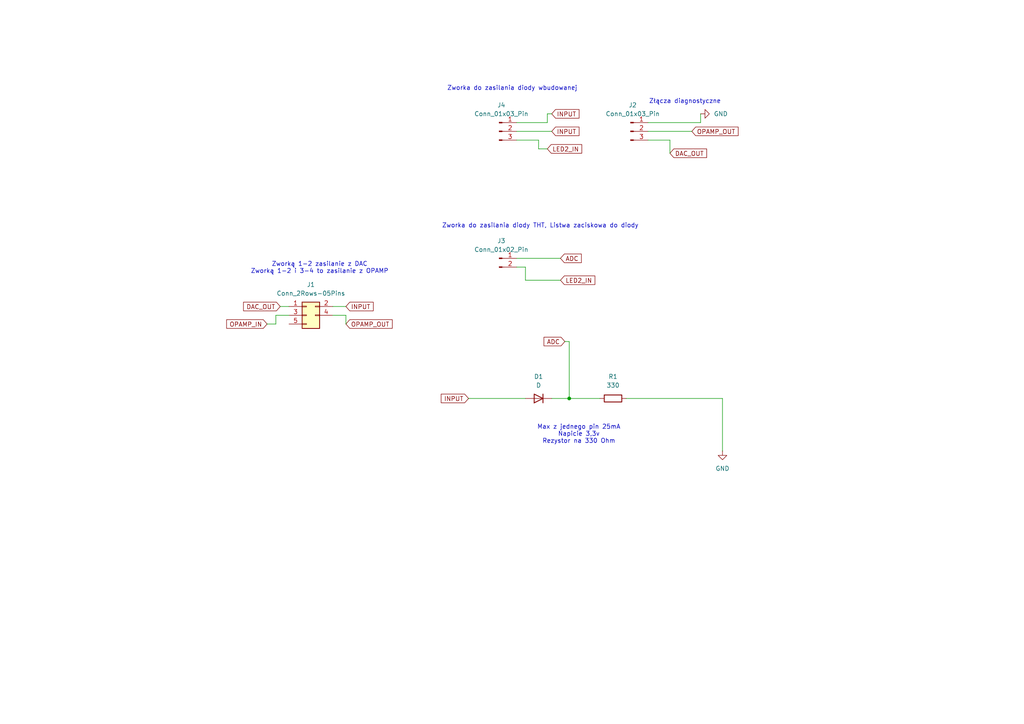
<source format=kicad_sch>
(kicad_sch
	(version 20231120)
	(generator "eeschema")
	(generator_version "8.0")
	(uuid "be09de84-84b1-4e95-831a-08eee23c94d6")
	(paper "A4")
	(title_block
		(title "Płytka")
		(rev "0")
		(company "Lidia Kocon")
	)
	(lib_symbols
		(symbol "Connector:Conn_01x02_Pin"
			(pin_names
				(offset 1.016) hide)
			(exclude_from_sim no)
			(in_bom yes)
			(on_board yes)
			(property "Reference" "J"
				(at 0 2.54 0)
				(effects
					(font
						(size 1.27 1.27)
					)
				)
			)
			(property "Value" "Conn_01x02_Pin"
				(at 0 -5.08 0)
				(effects
					(font
						(size 1.27 1.27)
					)
				)
			)
			(property "Footprint" ""
				(at 0 0 0)
				(effects
					(font
						(size 1.27 1.27)
					)
					(hide yes)
				)
			)
			(property "Datasheet" "~"
				(at 0 0 0)
				(effects
					(font
						(size 1.27 1.27)
					)
					(hide yes)
				)
			)
			(property "Description" "Generic connector, single row, 01x02, script generated"
				(at 0 0 0)
				(effects
					(font
						(size 1.27 1.27)
					)
					(hide yes)
				)
			)
			(property "ki_locked" ""
				(at 0 0 0)
				(effects
					(font
						(size 1.27 1.27)
					)
				)
			)
			(property "ki_keywords" "connector"
				(at 0 0 0)
				(effects
					(font
						(size 1.27 1.27)
					)
					(hide yes)
				)
			)
			(property "ki_fp_filters" "Connector*:*_1x??_*"
				(at 0 0 0)
				(effects
					(font
						(size 1.27 1.27)
					)
					(hide yes)
				)
			)
			(symbol "Conn_01x02_Pin_1_1"
				(polyline
					(pts
						(xy 1.27 -2.54) (xy 0.8636 -2.54)
					)
					(stroke
						(width 0.1524)
						(type default)
					)
					(fill
						(type none)
					)
				)
				(polyline
					(pts
						(xy 1.27 0) (xy 0.8636 0)
					)
					(stroke
						(width 0.1524)
						(type default)
					)
					(fill
						(type none)
					)
				)
				(rectangle
					(start 0.8636 -2.413)
					(end 0 -2.667)
					(stroke
						(width 0.1524)
						(type default)
					)
					(fill
						(type outline)
					)
				)
				(rectangle
					(start 0.8636 0.127)
					(end 0 -0.127)
					(stroke
						(width 0.1524)
						(type default)
					)
					(fill
						(type outline)
					)
				)
				(pin passive line
					(at 5.08 0 180)
					(length 3.81)
					(name "Pin_1"
						(effects
							(font
								(size 1.27 1.27)
							)
						)
					)
					(number "1"
						(effects
							(font
								(size 1.27 1.27)
							)
						)
					)
				)
				(pin passive line
					(at 5.08 -2.54 180)
					(length 3.81)
					(name "Pin_2"
						(effects
							(font
								(size 1.27 1.27)
							)
						)
					)
					(number "2"
						(effects
							(font
								(size 1.27 1.27)
							)
						)
					)
				)
			)
		)
		(symbol "Connector:Conn_01x03_Pin"
			(pin_names
				(offset 1.016) hide)
			(exclude_from_sim no)
			(in_bom yes)
			(on_board yes)
			(property "Reference" "J"
				(at 0 5.08 0)
				(effects
					(font
						(size 1.27 1.27)
					)
				)
			)
			(property "Value" "Conn_01x03_Pin"
				(at 0 -5.08 0)
				(effects
					(font
						(size 1.27 1.27)
					)
				)
			)
			(property "Footprint" ""
				(at 0 0 0)
				(effects
					(font
						(size 1.27 1.27)
					)
					(hide yes)
				)
			)
			(property "Datasheet" "~"
				(at 0 0 0)
				(effects
					(font
						(size 1.27 1.27)
					)
					(hide yes)
				)
			)
			(property "Description" "Generic connector, single row, 01x03, script generated"
				(at 0 0 0)
				(effects
					(font
						(size 1.27 1.27)
					)
					(hide yes)
				)
			)
			(property "ki_locked" ""
				(at 0 0 0)
				(effects
					(font
						(size 1.27 1.27)
					)
				)
			)
			(property "ki_keywords" "connector"
				(at 0 0 0)
				(effects
					(font
						(size 1.27 1.27)
					)
					(hide yes)
				)
			)
			(property "ki_fp_filters" "Connector*:*_1x??_*"
				(at 0 0 0)
				(effects
					(font
						(size 1.27 1.27)
					)
					(hide yes)
				)
			)
			(symbol "Conn_01x03_Pin_1_1"
				(polyline
					(pts
						(xy 1.27 -2.54) (xy 0.8636 -2.54)
					)
					(stroke
						(width 0.1524)
						(type default)
					)
					(fill
						(type none)
					)
				)
				(polyline
					(pts
						(xy 1.27 0) (xy 0.8636 0)
					)
					(stroke
						(width 0.1524)
						(type default)
					)
					(fill
						(type none)
					)
				)
				(polyline
					(pts
						(xy 1.27 2.54) (xy 0.8636 2.54)
					)
					(stroke
						(width 0.1524)
						(type default)
					)
					(fill
						(type none)
					)
				)
				(rectangle
					(start 0.8636 -2.413)
					(end 0 -2.667)
					(stroke
						(width 0.1524)
						(type default)
					)
					(fill
						(type outline)
					)
				)
				(rectangle
					(start 0.8636 0.127)
					(end 0 -0.127)
					(stroke
						(width 0.1524)
						(type default)
					)
					(fill
						(type outline)
					)
				)
				(rectangle
					(start 0.8636 2.667)
					(end 0 2.413)
					(stroke
						(width 0.1524)
						(type default)
					)
					(fill
						(type outline)
					)
				)
				(pin passive line
					(at 5.08 2.54 180)
					(length 3.81)
					(name "Pin_1"
						(effects
							(font
								(size 1.27 1.27)
							)
						)
					)
					(number "1"
						(effects
							(font
								(size 1.27 1.27)
							)
						)
					)
				)
				(pin passive line
					(at 5.08 0 180)
					(length 3.81)
					(name "Pin_2"
						(effects
							(font
								(size 1.27 1.27)
							)
						)
					)
					(number "2"
						(effects
							(font
								(size 1.27 1.27)
							)
						)
					)
				)
				(pin passive line
					(at 5.08 -2.54 180)
					(length 3.81)
					(name "Pin_3"
						(effects
							(font
								(size 1.27 1.27)
							)
						)
					)
					(number "3"
						(effects
							(font
								(size 1.27 1.27)
							)
						)
					)
				)
			)
		)
		(symbol "Connector_Generic:Conn_2Rows-05Pins"
			(pin_names
				(offset 1.016) hide)
			(exclude_from_sim no)
			(in_bom yes)
			(on_board yes)
			(property "Reference" "J"
				(at 1.27 5.08 0)
				(effects
					(font
						(size 1.27 1.27)
					)
				)
			)
			(property "Value" "Conn_2Rows-05Pins"
				(at 1.27 -5.08 0)
				(effects
					(font
						(size 1.27 1.27)
					)
				)
			)
			(property "Footprint" ""
				(at 0 0 0)
				(effects
					(font
						(size 1.27 1.27)
					)
					(hide yes)
				)
			)
			(property "Datasheet" "~"
				(at 0 0 0)
				(effects
					(font
						(size 1.27 1.27)
					)
					(hide yes)
				)
			)
			(property "Description" "Generic connector, double row, 05 pins, odd/even pin numbering scheme (row 1 odd numbers, row 2 even numbers), script generated (kicad-library-utils/schlib/autogen/connector/)"
				(at 0 0 0)
				(effects
					(font
						(size 1.27 1.27)
					)
					(hide yes)
				)
			)
			(property "ki_keywords" "connector"
				(at 0 0 0)
				(effects
					(font
						(size 1.27 1.27)
					)
					(hide yes)
				)
			)
			(property "ki_fp_filters" "Connector*:*2Rows*Pins__* *FCC*2Rows*Pins__*"
				(at 0 0 0)
				(effects
					(font
						(size 1.27 1.27)
					)
					(hide yes)
				)
			)
			(symbol "Conn_2Rows-05Pins_1_1"
				(rectangle
					(start -1.27 -2.413)
					(end 0 -2.667)
					(stroke
						(width 0.1524)
						(type default)
					)
					(fill
						(type none)
					)
				)
				(rectangle
					(start -1.27 0.127)
					(end 0 -0.127)
					(stroke
						(width 0.1524)
						(type default)
					)
					(fill
						(type none)
					)
				)
				(rectangle
					(start -1.27 2.667)
					(end 0 2.413)
					(stroke
						(width 0.1524)
						(type default)
					)
					(fill
						(type none)
					)
				)
				(rectangle
					(start -1.27 3.81)
					(end 3.81 -3.81)
					(stroke
						(width 0.254)
						(type default)
					)
					(fill
						(type background)
					)
				)
				(rectangle
					(start 3.81 0.127)
					(end 2.54 -0.127)
					(stroke
						(width 0.1524)
						(type default)
					)
					(fill
						(type none)
					)
				)
				(rectangle
					(start 3.81 2.667)
					(end 2.54 2.413)
					(stroke
						(width 0.1524)
						(type default)
					)
					(fill
						(type none)
					)
				)
				(pin passive line
					(at -5.08 2.54 0)
					(length 3.81)
					(name "Pin_1"
						(effects
							(font
								(size 1.27 1.27)
							)
						)
					)
					(number "1"
						(effects
							(font
								(size 1.27 1.27)
							)
						)
					)
				)
				(pin passive line
					(at 7.62 2.54 180)
					(length 3.81)
					(name "Pin_2"
						(effects
							(font
								(size 1.27 1.27)
							)
						)
					)
					(number "2"
						(effects
							(font
								(size 1.27 1.27)
							)
						)
					)
				)
				(pin passive line
					(at -5.08 0 0)
					(length 3.81)
					(name "Pin_3"
						(effects
							(font
								(size 1.27 1.27)
							)
						)
					)
					(number "3"
						(effects
							(font
								(size 1.27 1.27)
							)
						)
					)
				)
				(pin passive line
					(at 7.62 0 180)
					(length 3.81)
					(name "Pin_4"
						(effects
							(font
								(size 1.27 1.27)
							)
						)
					)
					(number "4"
						(effects
							(font
								(size 1.27 1.27)
							)
						)
					)
				)
				(pin passive line
					(at -5.08 -2.54 0)
					(length 3.81)
					(name "Pin_5"
						(effects
							(font
								(size 1.27 1.27)
							)
						)
					)
					(number "5"
						(effects
							(font
								(size 1.27 1.27)
							)
						)
					)
				)
			)
		)
		(symbol "Device:D"
			(pin_numbers hide)
			(pin_names
				(offset 1.016) hide)
			(exclude_from_sim no)
			(in_bom yes)
			(on_board yes)
			(property "Reference" "D"
				(at 0 2.54 0)
				(effects
					(font
						(size 1.27 1.27)
					)
				)
			)
			(property "Value" "D"
				(at 0 -2.54 0)
				(effects
					(font
						(size 1.27 1.27)
					)
				)
			)
			(property "Footprint" ""
				(at 0 0 0)
				(effects
					(font
						(size 1.27 1.27)
					)
					(hide yes)
				)
			)
			(property "Datasheet" "~"
				(at 0 0 0)
				(effects
					(font
						(size 1.27 1.27)
					)
					(hide yes)
				)
			)
			(property "Description" "Diode"
				(at 0 0 0)
				(effects
					(font
						(size 1.27 1.27)
					)
					(hide yes)
				)
			)
			(property "Sim.Device" "D"
				(at 0 0 0)
				(effects
					(font
						(size 1.27 1.27)
					)
					(hide yes)
				)
			)
			(property "Sim.Pins" "1=K 2=A"
				(at 0 0 0)
				(effects
					(font
						(size 1.27 1.27)
					)
					(hide yes)
				)
			)
			(property "ki_keywords" "diode"
				(at 0 0 0)
				(effects
					(font
						(size 1.27 1.27)
					)
					(hide yes)
				)
			)
			(property "ki_fp_filters" "TO-???* *_Diode_* *SingleDiode* D_*"
				(at 0 0 0)
				(effects
					(font
						(size 1.27 1.27)
					)
					(hide yes)
				)
			)
			(symbol "D_0_1"
				(polyline
					(pts
						(xy -1.27 1.27) (xy -1.27 -1.27)
					)
					(stroke
						(width 0.254)
						(type default)
					)
					(fill
						(type none)
					)
				)
				(polyline
					(pts
						(xy 1.27 0) (xy -1.27 0)
					)
					(stroke
						(width 0)
						(type default)
					)
					(fill
						(type none)
					)
				)
				(polyline
					(pts
						(xy 1.27 1.27) (xy 1.27 -1.27) (xy -1.27 0) (xy 1.27 1.27)
					)
					(stroke
						(width 0.254)
						(type default)
					)
					(fill
						(type none)
					)
				)
			)
			(symbol "D_1_1"
				(pin passive line
					(at -3.81 0 0)
					(length 2.54)
					(name "K"
						(effects
							(font
								(size 1.27 1.27)
							)
						)
					)
					(number "1"
						(effects
							(font
								(size 1.27 1.27)
							)
						)
					)
				)
				(pin passive line
					(at 3.81 0 180)
					(length 2.54)
					(name "A"
						(effects
							(font
								(size 1.27 1.27)
							)
						)
					)
					(number "2"
						(effects
							(font
								(size 1.27 1.27)
							)
						)
					)
				)
			)
		)
		(symbol "Device:R"
			(pin_numbers hide)
			(pin_names
				(offset 0)
			)
			(exclude_from_sim no)
			(in_bom yes)
			(on_board yes)
			(property "Reference" "R"
				(at 2.032 0 90)
				(effects
					(font
						(size 1.27 1.27)
					)
				)
			)
			(property "Value" "R"
				(at 0 0 90)
				(effects
					(font
						(size 1.27 1.27)
					)
				)
			)
			(property "Footprint" ""
				(at -1.778 0 90)
				(effects
					(font
						(size 1.27 1.27)
					)
					(hide yes)
				)
			)
			(property "Datasheet" "~"
				(at 0 0 0)
				(effects
					(font
						(size 1.27 1.27)
					)
					(hide yes)
				)
			)
			(property "Description" "Resistor"
				(at 0 0 0)
				(effects
					(font
						(size 1.27 1.27)
					)
					(hide yes)
				)
			)
			(property "ki_keywords" "R res resistor"
				(at 0 0 0)
				(effects
					(font
						(size 1.27 1.27)
					)
					(hide yes)
				)
			)
			(property "ki_fp_filters" "R_*"
				(at 0 0 0)
				(effects
					(font
						(size 1.27 1.27)
					)
					(hide yes)
				)
			)
			(symbol "R_0_1"
				(rectangle
					(start -1.016 -2.54)
					(end 1.016 2.54)
					(stroke
						(width 0.254)
						(type default)
					)
					(fill
						(type none)
					)
				)
			)
			(symbol "R_1_1"
				(pin passive line
					(at 0 3.81 270)
					(length 1.27)
					(name "~"
						(effects
							(font
								(size 1.27 1.27)
							)
						)
					)
					(number "1"
						(effects
							(font
								(size 1.27 1.27)
							)
						)
					)
				)
				(pin passive line
					(at 0 -3.81 90)
					(length 1.27)
					(name "~"
						(effects
							(font
								(size 1.27 1.27)
							)
						)
					)
					(number "2"
						(effects
							(font
								(size 1.27 1.27)
							)
						)
					)
				)
			)
		)
		(symbol "power:GND"
			(power)
			(pin_numbers hide)
			(pin_names
				(offset 0) hide)
			(exclude_from_sim no)
			(in_bom yes)
			(on_board yes)
			(property "Reference" "#PWR"
				(at 0 -6.35 0)
				(effects
					(font
						(size 1.27 1.27)
					)
					(hide yes)
				)
			)
			(property "Value" "GND"
				(at 0 -3.81 0)
				(effects
					(font
						(size 1.27 1.27)
					)
				)
			)
			(property "Footprint" ""
				(at 0 0 0)
				(effects
					(font
						(size 1.27 1.27)
					)
					(hide yes)
				)
			)
			(property "Datasheet" ""
				(at 0 0 0)
				(effects
					(font
						(size 1.27 1.27)
					)
					(hide yes)
				)
			)
			(property "Description" "Power symbol creates a global label with name \"GND\" , ground"
				(at 0 0 0)
				(effects
					(font
						(size 1.27 1.27)
					)
					(hide yes)
				)
			)
			(property "ki_keywords" "global power"
				(at 0 0 0)
				(effects
					(font
						(size 1.27 1.27)
					)
					(hide yes)
				)
			)
			(symbol "GND_0_1"
				(polyline
					(pts
						(xy 0 0) (xy 0 -1.27) (xy 1.27 -1.27) (xy 0 -2.54) (xy -1.27 -1.27) (xy 0 -1.27)
					)
					(stroke
						(width 0)
						(type default)
					)
					(fill
						(type none)
					)
				)
			)
			(symbol "GND_1_1"
				(pin power_in line
					(at 0 0 270)
					(length 0)
					(name "~"
						(effects
							(font
								(size 1.27 1.27)
							)
						)
					)
					(number "1"
						(effects
							(font
								(size 1.27 1.27)
							)
						)
					)
				)
			)
		)
	)
	(junction
		(at 165.1 115.57)
		(diameter 0)
		(color 0 0 0 0)
		(uuid "c7d4e91c-74f4-44a0-a67e-f7cbd606f54b")
	)
	(wire
		(pts
			(xy 77.47 93.98) (xy 80.01 93.98)
		)
		(stroke
			(width 0)
			(type default)
		)
		(uuid "039d185d-5b78-46fd-992c-bfdb84b51356")
	)
	(wire
		(pts
			(xy 80.01 93.98) (xy 80.01 91.44)
		)
		(stroke
			(width 0)
			(type default)
		)
		(uuid "0a63fb96-2c62-4400-8e2e-ea5497e4d11a")
	)
	(wire
		(pts
			(xy 149.86 38.1) (xy 160.02 38.1)
		)
		(stroke
			(width 0)
			(type default)
		)
		(uuid "103d29dc-5c81-43e8-a3c6-6c149d3a2cc8")
	)
	(wire
		(pts
			(xy 81.28 88.9) (xy 83.82 88.9)
		)
		(stroke
			(width 0)
			(type default)
		)
		(uuid "10e90b5b-4aeb-4c6d-8f8a-4e49799e7a0a")
	)
	(wire
		(pts
			(xy 96.52 88.9) (xy 100.33 88.9)
		)
		(stroke
			(width 0)
			(type default)
		)
		(uuid "1185f8eb-41ef-44a7-adff-8822305aef23")
	)
	(wire
		(pts
			(xy 158.75 33.02) (xy 158.75 35.56)
		)
		(stroke
			(width 0)
			(type default)
		)
		(uuid "139693a5-7ee3-4803-9584-e3456103e014")
	)
	(wire
		(pts
			(xy 100.33 91.44) (xy 100.33 93.98)
		)
		(stroke
			(width 0)
			(type default)
		)
		(uuid "13ef06d9-7e9e-4ef5-b993-ee400060a866")
	)
	(wire
		(pts
			(xy 156.21 40.64) (xy 156.21 43.18)
		)
		(stroke
			(width 0)
			(type default)
		)
		(uuid "16f780bb-5ac4-4e80-8aae-a06534054713")
	)
	(wire
		(pts
			(xy 181.61 115.57) (xy 209.55 115.57)
		)
		(stroke
			(width 0)
			(type default)
		)
		(uuid "28f643bb-2049-4356-85e4-cdca223e4cae")
	)
	(wire
		(pts
			(xy 152.4 81.28) (xy 152.4 77.47)
		)
		(stroke
			(width 0)
			(type default)
		)
		(uuid "35f604f3-525b-4fa2-96fa-a7caf5b189a4")
	)
	(wire
		(pts
			(xy 135.89 115.57) (xy 152.4 115.57)
		)
		(stroke
			(width 0)
			(type default)
		)
		(uuid "4b9c4f70-1161-4f79-8b49-5ee8ba21843d")
	)
	(wire
		(pts
			(xy 165.1 115.57) (xy 173.99 115.57)
		)
		(stroke
			(width 0)
			(type default)
		)
		(uuid "4c0e4eb3-10be-4111-a8d2-427701262029")
	)
	(wire
		(pts
			(xy 187.96 35.56) (xy 203.2 35.56)
		)
		(stroke
			(width 0)
			(type default)
		)
		(uuid "6779f4c1-f92b-46cd-9bf5-92a687eadaf2")
	)
	(wire
		(pts
			(xy 152.4 77.47) (xy 149.86 77.47)
		)
		(stroke
			(width 0)
			(type default)
		)
		(uuid "841239ee-ed86-4f71-b0c8-9a305b96878c")
	)
	(wire
		(pts
			(xy 80.01 91.44) (xy 83.82 91.44)
		)
		(stroke
			(width 0)
			(type default)
		)
		(uuid "842b4f17-9c6d-4877-874c-322b7f85038b")
	)
	(wire
		(pts
			(xy 149.86 74.93) (xy 162.56 74.93)
		)
		(stroke
			(width 0)
			(type default)
		)
		(uuid "86f1bc41-4e2b-41f8-b6a6-113a26fef557")
	)
	(wire
		(pts
			(xy 194.31 40.64) (xy 194.31 44.45)
		)
		(stroke
			(width 0)
			(type default)
		)
		(uuid "92e1a15d-3737-429d-8c04-4d21d2dec3ab")
	)
	(wire
		(pts
			(xy 149.86 40.64) (xy 156.21 40.64)
		)
		(stroke
			(width 0)
			(type default)
		)
		(uuid "9577ee66-b2a7-4829-9ef0-a70c311947fe")
	)
	(wire
		(pts
			(xy 200.66 38.1) (xy 187.96 38.1)
		)
		(stroke
			(width 0)
			(type default)
		)
		(uuid "95f27e05-91c8-48cf-9a59-7c8aca3e05be")
	)
	(wire
		(pts
			(xy 187.96 40.64) (xy 194.31 40.64)
		)
		(stroke
			(width 0)
			(type default)
		)
		(uuid "98175b03-cb9b-4d51-8a66-5caed294b96d")
	)
	(wire
		(pts
			(xy 162.56 81.28) (xy 152.4 81.28)
		)
		(stroke
			(width 0)
			(type default)
		)
		(uuid "9c660ca0-ac4e-4c24-9a18-0a3e0ef132d3")
	)
	(wire
		(pts
			(xy 156.21 43.18) (xy 158.75 43.18)
		)
		(stroke
			(width 0)
			(type default)
		)
		(uuid "a08a2c5a-df51-479e-9236-ec35f39737f2")
	)
	(wire
		(pts
			(xy 165.1 115.57) (xy 165.1 99.06)
		)
		(stroke
			(width 0)
			(type default)
		)
		(uuid "a0b69301-3d42-4278-9ca4-1c51de679d75")
	)
	(wire
		(pts
			(xy 163.83 99.06) (xy 165.1 99.06)
		)
		(stroke
			(width 0)
			(type default)
		)
		(uuid "aa343e1d-6a3c-40c7-a1c6-23cf81613f07")
	)
	(wire
		(pts
			(xy 96.52 91.44) (xy 100.33 91.44)
		)
		(stroke
			(width 0)
			(type default)
		)
		(uuid "bd87a6f4-5391-4e71-a964-5c9ee45d34d6")
	)
	(wire
		(pts
			(xy 158.75 35.56) (xy 149.86 35.56)
		)
		(stroke
			(width 0)
			(type default)
		)
		(uuid "c97236f5-8868-4ae4-a6fa-bb9f2d8041dc")
	)
	(wire
		(pts
			(xy 209.55 115.57) (xy 209.55 130.81)
		)
		(stroke
			(width 0)
			(type default)
		)
		(uuid "d0f79e28-9f40-4384-a774-72b5abdfb870")
	)
	(wire
		(pts
			(xy 160.02 33.02) (xy 158.75 33.02)
		)
		(stroke
			(width 0)
			(type default)
		)
		(uuid "d26b2273-7f9b-4411-be7c-a38746c571a5")
	)
	(wire
		(pts
			(xy 160.02 115.57) (xy 165.1 115.57)
		)
		(stroke
			(width 0)
			(type default)
		)
		(uuid "dd5544c9-39ad-4847-801f-096b4c129379")
	)
	(wire
		(pts
			(xy 203.2 35.56) (xy 203.2 33.02)
		)
		(stroke
			(width 0)
			(type default)
		)
		(uuid "ea592545-d1e9-4f1c-8005-3dfdd2007621")
	)
	(text "Max z jednego pin 25mA\nNapicie 3,3v\nRezystor na 330 Ohm\n\n"
		(exclude_from_sim no)
		(at 167.894 127 0)
		(effects
			(font
				(size 1.27 1.27)
			)
		)
		(uuid "01b6d8ae-5820-4ab3-8a39-fcf9e01f560b")
	)
	(text "Złącza diagnostyczne  "
		(exclude_from_sim no)
		(at 199.644 29.464 0)
		(effects
			(font
				(size 1.27 1.27)
			)
		)
		(uuid "16d66948-4737-4979-b430-d96eed1467e9")
	)
	(text "\nZworką 1-2 zasilanie z DAC\nZworką 1-2 i 3-4 to zasilanie z OPAMP\n\n"
		(exclude_from_sim no)
		(at 92.71 77.724 0)
		(effects
			(font
				(size 1.27 1.27)
			)
		)
		(uuid "4a5e8f63-54ae-4fb0-a0a0-3651e93ba4e7")
	)
	(text "Zworka do zasilania diody THT, Listwa zaciskowa do diody"
		(exclude_from_sim no)
		(at 156.718 65.532 0)
		(effects
			(font
				(size 1.27 1.27)
			)
		)
		(uuid "9c1633df-7069-4cec-b056-28373710faaa")
	)
	(text "Zworka do zasilania diody wbudowanej"
		(exclude_from_sim no)
		(at 148.59 25.654 0)
		(effects
			(font
				(size 1.27 1.27)
			)
		)
		(uuid "ff0cd270-defc-43f6-a22b-012284cd3c31")
	)
	(global_label "OPAMP_IN"
		(shape input)
		(at 77.47 93.98 180)
		(fields_autoplaced yes)
		(effects
			(font
				(size 1.27 1.27)
			)
			(justify right)
		)
		(uuid "0b87774f-e952-4f19-ab2a-9e62025ffe0d")
		(property "Intersheetrefs" "${INTERSHEET_REFS}"
			(at 65.1714 93.98 0)
			(effects
				(font
					(size 1.27 1.27)
				)
				(justify right)
				(hide yes)
			)
		)
	)
	(global_label "LED2_IN"
		(shape input)
		(at 162.56 81.28 0)
		(fields_autoplaced yes)
		(effects
			(font
				(size 1.27 1.27)
			)
			(justify left)
		)
		(uuid "0ff0c357-9a68-4e0a-941b-29006052556a")
		(property "Intersheetrefs" "${INTERSHEET_REFS}"
			(at 173.1047 81.28 0)
			(effects
				(font
					(size 1.27 1.27)
				)
				(justify left)
				(hide yes)
			)
		)
	)
	(global_label "OPAMP_OUT"
		(shape input)
		(at 200.66 38.1 0)
		(fields_autoplaced yes)
		(effects
			(font
				(size 1.27 1.27)
			)
			(justify left)
		)
		(uuid "119a7784-6dc2-43ae-8534-ac217faad3fc")
		(property "Intersheetrefs" "${INTERSHEET_REFS}"
			(at 214.6519 38.1 0)
			(effects
				(font
					(size 1.27 1.27)
				)
				(justify left)
				(hide yes)
			)
		)
	)
	(global_label "ADC"
		(shape input)
		(at 162.56 74.93 0)
		(fields_autoplaced yes)
		(effects
			(font
				(size 1.27 1.27)
			)
			(justify left)
		)
		(uuid "18cc6668-87bd-400a-b324-2c829b68306f")
		(property "Intersheetrefs" "${INTERSHEET_REFS}"
			(at 169.1738 74.93 0)
			(effects
				(font
					(size 1.27 1.27)
				)
				(justify left)
				(hide yes)
			)
		)
	)
	(global_label "INPUT"
		(shape input)
		(at 160.02 33.02 0)
		(fields_autoplaced yes)
		(effects
			(font
				(size 1.27 1.27)
			)
			(justify left)
		)
		(uuid "3242a78f-db19-4fbc-88f9-810f79af58d1")
		(property "Intersheetrefs" "${INTERSHEET_REFS}"
			(at 168.5086 33.02 0)
			(effects
				(font
					(size 1.27 1.27)
				)
				(justify left)
				(hide yes)
			)
		)
	)
	(global_label "LED2_IN"
		(shape input)
		(at 158.75 43.18 0)
		(fields_autoplaced yes)
		(effects
			(font
				(size 1.27 1.27)
			)
			(justify left)
		)
		(uuid "662b88a2-a9f6-46b7-9407-5cb2ebe0abb2")
		(property "Intersheetrefs" "${INTERSHEET_REFS}"
			(at 169.2947 43.18 0)
			(effects
				(font
					(size 1.27 1.27)
				)
				(justify left)
				(hide yes)
			)
		)
	)
	(global_label "INPUT"
		(shape input)
		(at 100.33 88.9 0)
		(fields_autoplaced yes)
		(effects
			(font
				(size 1.27 1.27)
			)
			(justify left)
		)
		(uuid "77e99ec0-8c7e-401c-af39-0904c2dacba0")
		(property "Intersheetrefs" "${INTERSHEET_REFS}"
			(at 108.8186 88.9 0)
			(effects
				(font
					(size 1.27 1.27)
				)
				(justify left)
				(hide yes)
			)
		)
	)
	(global_label "OPAMP_OUT"
		(shape input)
		(at 100.33 93.98 0)
		(fields_autoplaced yes)
		(effects
			(font
				(size 1.27 1.27)
			)
			(justify left)
		)
		(uuid "7eeca377-8acf-48bb-820a-a017341950a2")
		(property "Intersheetrefs" "${INTERSHEET_REFS}"
			(at 114.3219 93.98 0)
			(effects
				(font
					(size 1.27 1.27)
				)
				(justify left)
				(hide yes)
			)
		)
	)
	(global_label "DAC_OUT"
		(shape input)
		(at 81.28 88.9 180)
		(fields_autoplaced yes)
		(effects
			(font
				(size 1.27 1.27)
			)
			(justify right)
		)
		(uuid "91ec3d0b-0edb-433f-8c0a-d24c11c8f85a")
		(property "Intersheetrefs" "${INTERSHEET_REFS}"
			(at 70.07 88.9 0)
			(effects
				(font
					(size 1.27 1.27)
				)
				(justify right)
				(hide yes)
			)
		)
	)
	(global_label "INPUT"
		(shape input)
		(at 135.89 115.57 180)
		(fields_autoplaced yes)
		(effects
			(font
				(size 1.27 1.27)
			)
			(justify right)
		)
		(uuid "a1285cdd-5c87-4239-bb10-0371caa0b930")
		(property "Intersheetrefs" "${INTERSHEET_REFS}"
			(at 127.4014 115.57 0)
			(effects
				(font
					(size 1.27 1.27)
				)
				(justify right)
				(hide yes)
			)
		)
	)
	(global_label "ADC"
		(shape input)
		(at 163.83 99.06 180)
		(fields_autoplaced yes)
		(effects
			(font
				(size 1.27 1.27)
			)
			(justify right)
		)
		(uuid "b79e9859-04fa-4794-9026-4d7dae1c59f3")
		(property "Intersheetrefs" "${INTERSHEET_REFS}"
			(at 157.2162 99.06 0)
			(effects
				(font
					(size 1.27 1.27)
				)
				(justify right)
				(hide yes)
			)
		)
	)
	(global_label "DAC_OUT"
		(shape input)
		(at 194.31 44.45 0)
		(fields_autoplaced yes)
		(effects
			(font
				(size 1.27 1.27)
			)
			(justify left)
		)
		(uuid "f1f9d0c8-4910-4809-8bda-0a31e0ddd637")
		(property "Intersheetrefs" "${INTERSHEET_REFS}"
			(at 205.52 44.45 0)
			(effects
				(font
					(size 1.27 1.27)
				)
				(justify left)
				(hide yes)
			)
		)
	)
	(global_label "INPUT"
		(shape input)
		(at 160.02 38.1 0)
		(fields_autoplaced yes)
		(effects
			(font
				(size 1.27 1.27)
			)
			(justify left)
		)
		(uuid "fc2ba443-e3e2-4ae1-b541-9695516ac6ad")
		(property "Intersheetrefs" "${INTERSHEET_REFS}"
			(at 168.5086 38.1 0)
			(effects
				(font
					(size 1.27 1.27)
				)
				(justify left)
				(hide yes)
			)
		)
	)
	(symbol
		(lib_id "Connector:Conn_01x03_Pin")
		(at 144.78 38.1 0)
		(unit 1)
		(exclude_from_sim no)
		(in_bom yes)
		(on_board yes)
		(dnp no)
		(fields_autoplaced yes)
		(uuid "1bd55ddf-39fd-478b-b311-73f683c11641")
		(property "Reference" "J4"
			(at 145.415 30.48 0)
			(effects
				(font
					(size 1.27 1.27)
				)
			)
		)
		(property "Value" "Conn_01x03_Pin"
			(at 145.415 33.02 0)
			(effects
				(font
					(size 1.27 1.27)
				)
			)
		)
		(property "Footprint" ""
			(at 144.78 38.1 0)
			(effects
				(font
					(size 1.27 1.27)
				)
				(hide yes)
			)
		)
		(property "Datasheet" "~"
			(at 144.78 38.1 0)
			(effects
				(font
					(size 1.27 1.27)
				)
				(hide yes)
			)
		)
		(property "Description" "Generic connector, single row, 01x03, script generated"
			(at 144.78 38.1 0)
			(effects
				(font
					(size 1.27 1.27)
				)
				(hide yes)
			)
		)
		(pin "3"
			(uuid "530765a2-b152-499b-9a2e-3f68adbb7af3")
		)
		(pin "1"
			(uuid "c0711dbf-b503-4f16-8c5c-4ec2b4693f2f")
		)
		(pin "2"
			(uuid "14aeaa51-c3f2-45ca-956a-a5b730a80b28")
		)
		(instances
			(project "płytka"
				(path "/be09de84-84b1-4e95-831a-08eee23c94d6"
					(reference "J4")
					(unit 1)
				)
			)
		)
	)
	(symbol
		(lib_id "Connector_Generic:Conn_2Rows-05Pins")
		(at 88.9 91.44 0)
		(unit 1)
		(exclude_from_sim no)
		(in_bom yes)
		(on_board yes)
		(dnp no)
		(fields_autoplaced yes)
		(uuid "4e135416-ba7a-4265-a7b8-55d84af33df0")
		(property "Reference" "J1"
			(at 90.17 82.55 0)
			(effects
				(font
					(size 1.27 1.27)
				)
			)
		)
		(property "Value" "Conn_2Rows-05Pins"
			(at 90.17 85.09 0)
			(effects
				(font
					(size 1.27 1.27)
				)
			)
		)
		(property "Footprint" "Connector_PinSocket_2.54mm:PinSocket_2x02_P2.54mm_Vertical"
			(at 88.9 91.44 0)
			(effects
				(font
					(size 1.27 1.27)
				)
				(hide yes)
			)
		)
		(property "Datasheet" "~"
			(at 88.9 91.44 0)
			(effects
				(font
					(size 1.27 1.27)
				)
				(hide yes)
			)
		)
		(property "Description" "Generic connector, double row, 05 pins, odd/even pin numbering scheme (row 1 odd numbers, row 2 even numbers), script generated (kicad-library-utils/schlib/autogen/connector/)"
			(at 88.9 91.44 0)
			(effects
				(font
					(size 1.27 1.27)
				)
				(hide yes)
			)
		)
		(pin "3"
			(uuid "a136135c-30b8-4fe8-9df6-ca0db4521a86")
		)
		(pin "2"
			(uuid "d3887016-30ed-4409-964f-a2cf487acb9b")
		)
		(pin "4"
			(uuid "3ed21e39-02c7-456e-a04b-072c71d9904d")
		)
		(pin "1"
			(uuid "b23ff319-4730-4a15-9597-a9e6f4461b5e")
		)
		(pin "5"
			(uuid "cdcb2818-2e6b-4a56-a5f1-8c20f9521cd8")
		)
		(instances
			(project ""
				(path "/be09de84-84b1-4e95-831a-08eee23c94d6"
					(reference "J1")
					(unit 1)
				)
			)
		)
	)
	(symbol
		(lib_id "Connector:Conn_01x02_Pin")
		(at 144.78 74.93 0)
		(unit 1)
		(exclude_from_sim no)
		(in_bom yes)
		(on_board yes)
		(dnp no)
		(fields_autoplaced yes)
		(uuid "4e4a2a3d-33a0-4aaf-bb1f-635daa7dc6da")
		(property "Reference" "J3"
			(at 145.415 69.85 0)
			(effects
				(font
					(size 1.27 1.27)
				)
			)
		)
		(property "Value" "Conn_01x02_Pin"
			(at 145.415 72.39 0)
			(effects
				(font
					(size 1.27 1.27)
				)
			)
		)
		(property "Footprint" ""
			(at 144.78 74.93 0)
			(effects
				(font
					(size 1.27 1.27)
				)
				(hide yes)
			)
		)
		(property "Datasheet" "~"
			(at 144.78 74.93 0)
			(effects
				(font
					(size 1.27 1.27)
				)
				(hide yes)
			)
		)
		(property "Description" "Generic connector, single row, 01x02, script generated"
			(at 144.78 74.93 0)
			(effects
				(font
					(size 1.27 1.27)
				)
				(hide yes)
			)
		)
		(pin "1"
			(uuid "08db86e4-bea6-4bda-b73a-3a6e2d31065f")
		)
		(pin "2"
			(uuid "5f290c3c-d6f0-4731-853a-f972e7671e16")
		)
		(instances
			(project ""
				(path "/be09de84-84b1-4e95-831a-08eee23c94d6"
					(reference "J3")
					(unit 1)
				)
			)
		)
	)
	(symbol
		(lib_id "Device:D")
		(at 156.21 115.57 180)
		(unit 1)
		(exclude_from_sim no)
		(in_bom yes)
		(on_board yes)
		(dnp no)
		(fields_autoplaced yes)
		(uuid "7c866ab9-6eba-4187-b04b-277bb7da3ec6")
		(property "Reference" "D1"
			(at 156.21 109.22 0)
			(effects
				(font
					(size 1.27 1.27)
				)
			)
		)
		(property "Value" "D"
			(at 156.21 111.76 0)
			(effects
				(font
					(size 1.27 1.27)
				)
			)
		)
		(property "Footprint" "Diode_SMD:D_1206_3216Metric"
			(at 156.21 115.57 0)
			(effects
				(font
					(size 1.27 1.27)
				)
				(hide yes)
			)
		)
		(property "Datasheet" "~"
			(at 156.21 115.57 0)
			(effects
				(font
					(size 1.27 1.27)
				)
				(hide yes)
			)
		)
		(property "Description" "Diode"
			(at 156.21 115.57 0)
			(effects
				(font
					(size 1.27 1.27)
				)
				(hide yes)
			)
		)
		(property "Sim.Device" "D"
			(at 156.21 115.57 0)
			(effects
				(font
					(size 1.27 1.27)
				)
				(hide yes)
			)
		)
		(property "Sim.Pins" "1=K 2=A"
			(at 156.21 115.57 0)
			(effects
				(font
					(size 1.27 1.27)
				)
				(hide yes)
			)
		)
		(pin "2"
			(uuid "90e17eb1-e335-45ef-8a65-a5b22ecf5cd9")
		)
		(pin "1"
			(uuid "4a559a12-cd35-473b-8bf4-e54607593d42")
		)
		(instances
			(project ""
				(path "/be09de84-84b1-4e95-831a-08eee23c94d6"
					(reference "D1")
					(unit 1)
				)
			)
		)
	)
	(symbol
		(lib_id "power:GND")
		(at 203.2 33.02 90)
		(unit 1)
		(exclude_from_sim no)
		(in_bom yes)
		(on_board yes)
		(dnp no)
		(fields_autoplaced yes)
		(uuid "b722b9c7-75ff-4503-8fef-04e1b2e7ee0e")
		(property "Reference" "#PWR02"
			(at 209.55 33.02 0)
			(effects
				(font
					(size 1.27 1.27)
				)
				(hide yes)
			)
		)
		(property "Value" "GND"
			(at 207.01 33.0199 90)
			(effects
				(font
					(size 1.27 1.27)
				)
				(justify right)
			)
		)
		(property "Footprint" ""
			(at 203.2 33.02 0)
			(effects
				(font
					(size 1.27 1.27)
				)
				(hide yes)
			)
		)
		(property "Datasheet" ""
			(at 203.2 33.02 0)
			(effects
				(font
					(size 1.27 1.27)
				)
				(hide yes)
			)
		)
		(property "Description" "Power symbol creates a global label with name \"GND\" , ground"
			(at 203.2 33.02 0)
			(effects
				(font
					(size 1.27 1.27)
				)
				(hide yes)
			)
		)
		(pin "1"
			(uuid "0977237e-e4fb-47c5-a0c6-6e28808b4010")
		)
		(instances
			(project "płytka"
				(path "/be09de84-84b1-4e95-831a-08eee23c94d6"
					(reference "#PWR02")
					(unit 1)
				)
			)
		)
	)
	(symbol
		(lib_id "Connector:Conn_01x03_Pin")
		(at 182.88 38.1 0)
		(unit 1)
		(exclude_from_sim no)
		(in_bom yes)
		(on_board yes)
		(dnp no)
		(fields_autoplaced yes)
		(uuid "c6d1f7cd-191e-4df1-a789-7d09320b9be3")
		(property "Reference" "J2"
			(at 183.515 30.48 0)
			(effects
				(font
					(size 1.27 1.27)
				)
			)
		)
		(property "Value" "Conn_01x03_Pin"
			(at 183.515 33.02 0)
			(effects
				(font
					(size 1.27 1.27)
				)
			)
		)
		(property "Footprint" ""
			(at 182.88 38.1 0)
			(effects
				(font
					(size 1.27 1.27)
				)
				(hide yes)
			)
		)
		(property "Datasheet" "~"
			(at 182.88 38.1 0)
			(effects
				(font
					(size 1.27 1.27)
				)
				(hide yes)
			)
		)
		(property "Description" "Generic connector, single row, 01x03, script generated"
			(at 182.88 38.1 0)
			(effects
				(font
					(size 1.27 1.27)
				)
				(hide yes)
			)
		)
		(pin "3"
			(uuid "2ecd8eed-0c72-4ea1-a18c-cbf2ce7d10d0")
		)
		(pin "1"
			(uuid "75a3224c-6e7e-49f3-b77f-c7d9ccc63539")
		)
		(pin "2"
			(uuid "5f9a0745-d0d8-4592-af4d-d6bbf18438b4")
		)
		(instances
			(project ""
				(path "/be09de84-84b1-4e95-831a-08eee23c94d6"
					(reference "J2")
					(unit 1)
				)
			)
		)
	)
	(symbol
		(lib_id "power:GND")
		(at 209.55 130.81 0)
		(unit 1)
		(exclude_from_sim no)
		(in_bom yes)
		(on_board yes)
		(dnp no)
		(fields_autoplaced yes)
		(uuid "c86ef043-90c1-4b4e-a85c-fef8223977b3")
		(property "Reference" "#PWR01"
			(at 209.55 137.16 0)
			(effects
				(font
					(size 1.27 1.27)
				)
				(hide yes)
			)
		)
		(property "Value" "GND"
			(at 209.55 135.89 0)
			(effects
				(font
					(size 1.27 1.27)
				)
			)
		)
		(property "Footprint" ""
			(at 209.55 130.81 0)
			(effects
				(font
					(size 1.27 1.27)
				)
				(hide yes)
			)
		)
		(property "Datasheet" ""
			(at 209.55 130.81 0)
			(effects
				(font
					(size 1.27 1.27)
				)
				(hide yes)
			)
		)
		(property "Description" "Power symbol creates a global label with name \"GND\" , ground"
			(at 209.55 130.81 0)
			(effects
				(font
					(size 1.27 1.27)
				)
				(hide yes)
			)
		)
		(pin "1"
			(uuid "cbccc809-97fb-4ff8-a264-3ec1f3727c02")
		)
		(instances
			(project ""
				(path "/be09de84-84b1-4e95-831a-08eee23c94d6"
					(reference "#PWR01")
					(unit 1)
				)
			)
		)
	)
	(symbol
		(lib_id "Device:R")
		(at 177.8 115.57 90)
		(unit 1)
		(exclude_from_sim no)
		(in_bom yes)
		(on_board yes)
		(dnp no)
		(fields_autoplaced yes)
		(uuid "ece2b05e-2be7-4ce0-9115-837bb695a809")
		(property "Reference" "R1"
			(at 177.8 109.22 90)
			(effects
				(font
					(size 1.27 1.27)
				)
			)
		)
		(property "Value" "330"
			(at 177.8 111.76 90)
			(effects
				(font
					(size 1.27 1.27)
				)
			)
		)
		(property "Footprint" "Resistor_SMD:R_1206_3216Metric"
			(at 177.8 117.348 90)
			(effects
				(font
					(size 1.27 1.27)
				)
				(hide yes)
			)
		)
		(property "Datasheet" "~"
			(at 177.8 115.57 0)
			(effects
				(font
					(size 1.27 1.27)
				)
				(hide yes)
			)
		)
		(property "Description" "Resistor"
			(at 177.8 115.57 0)
			(effects
				(font
					(size 1.27 1.27)
				)
				(hide yes)
			)
		)
		(pin "1"
			(uuid "2ca91381-01ed-472e-a1c6-ccf5a2672254")
		)
		(pin "2"
			(uuid "4b0f6f64-e14b-4c90-913c-34cfac91f7c4")
		)
		(instances
			(project ""
				(path "/be09de84-84b1-4e95-831a-08eee23c94d6"
					(reference "R1")
					(unit 1)
				)
			)
		)
	)
	(sheet_instances
		(path "/"
			(page "1")
		)
	)
)

</source>
